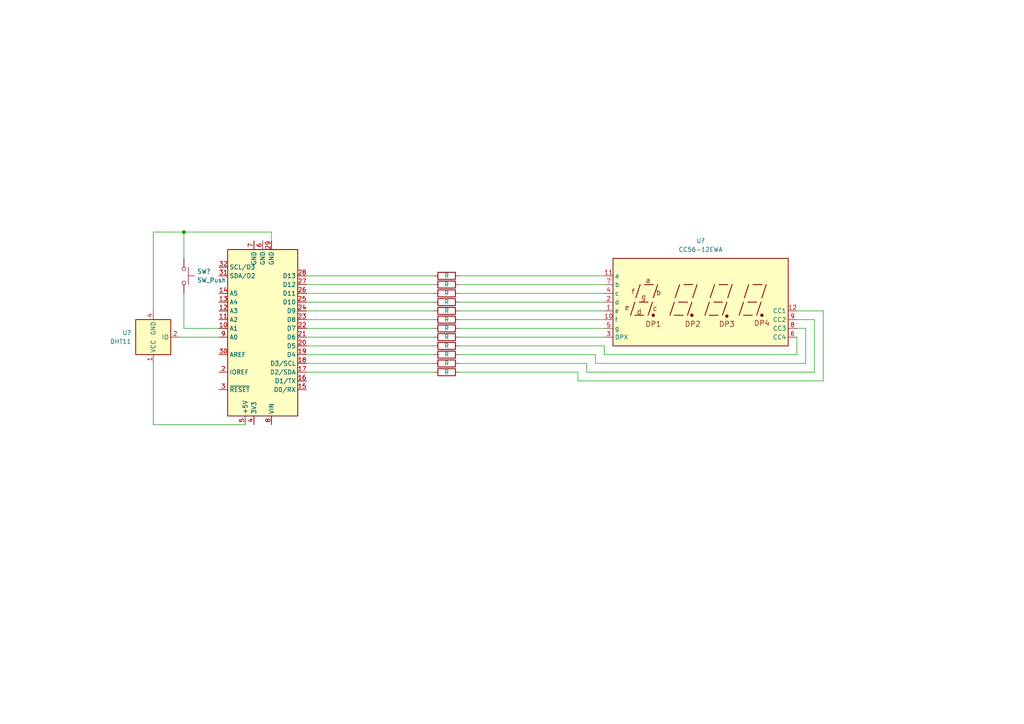
<source format=kicad_sch>
(kicad_sch (version 20211123) (generator eeschema)

  (uuid 63a96ce6-a430-4774-82e1-de571f6507ec)

  (paper "A4")

  (lib_symbols
    (symbol "Device:R" (pin_numbers hide) (pin_names (offset 0)) (in_bom yes) (on_board yes)
      (property "Reference" "R" (id 0) (at 2.032 0 90)
        (effects (font (size 1.27 1.27)))
      )
      (property "Value" "R" (id 1) (at 0 0 90)
        (effects (font (size 1.27 1.27)))
      )
      (property "Footprint" "" (id 2) (at -1.778 0 90)
        (effects (font (size 1.27 1.27)) hide)
      )
      (property "Datasheet" "~" (id 3) (at 0 0 0)
        (effects (font (size 1.27 1.27)) hide)
      )
      (property "ki_keywords" "R res resistor" (id 4) (at 0 0 0)
        (effects (font (size 1.27 1.27)) hide)
      )
      (property "ki_description" "Resistor" (id 5) (at 0 0 0)
        (effects (font (size 1.27 1.27)) hide)
      )
      (property "ki_fp_filters" "R_*" (id 6) (at 0 0 0)
        (effects (font (size 1.27 1.27)) hide)
      )
      (symbol "R_0_1"
        (rectangle (start -1.016 -2.54) (end 1.016 2.54)
          (stroke (width 0.254) (type default) (color 0 0 0 0))
          (fill (type none))
        )
      )
      (symbol "R_1_1"
        (pin passive line (at 0 3.81 270) (length 1.27)
          (name "~" (effects (font (size 1.27 1.27))))
          (number "1" (effects (font (size 1.27 1.27))))
        )
        (pin passive line (at 0 -3.81 90) (length 1.27)
          (name "~" (effects (font (size 1.27 1.27))))
          (number "2" (effects (font (size 1.27 1.27))))
        )
      )
    )
    (symbol "Display_Character:CC56-12EWA" (in_bom yes) (on_board yes)
      (property "Reference" "U" (id 0) (at -24.13 13.97 0)
        (effects (font (size 1.27 1.27)))
      )
      (property "Value" "CC56-12EWA" (id 1) (at 19.05 13.97 0)
        (effects (font (size 1.27 1.27)))
      )
      (property "Footprint" "Display_7Segment:CA56-12EWA" (id 2) (at 0 -15.24 0)
        (effects (font (size 1.27 1.27)) hide)
      )
      (property "Datasheet" "http://www.kingbrightusa.com/images/catalog/SPEC/CA56-12EWA.pdf" (id 3) (at -10.922 0.762 0)
        (effects (font (size 1.27 1.27)) hide)
      )
      (property "ki_keywords" "display LED 7-segment" (id 4) (at 0 0 0)
        (effects (font (size 1.27 1.27)) hide)
      )
      (property "ki_description" "4 digit 7 segment high efficiency red LED, common cathode" (id 5) (at 0 0 0)
        (effects (font (size 1.27 1.27)) hide)
      )
      (property "ki_fp_filters" "*CA56*12EWA*" (id 6) (at 0 0 0)
        (effects (font (size 1.27 1.27)) hide)
      )
      (symbol "CC56-12EWA_0_0"
        (rectangle (start -25.4 12.7) (end 25.4 -12.7)
          (stroke (width 0.254) (type default) (color 0 0 0 0))
          (fill (type background))
        )
        (polyline
          (pts
            (xy -20.32 -3.81)
            (xy -19.05 0)
          )
          (stroke (width 0.254) (type default) (color 0 0 0 0))
          (fill (type none))
        )
        (polyline
          (pts
            (xy -19.05 -3.81)
            (xy -16.51 -3.81)
          )
          (stroke (width 0.254) (type default) (color 0 0 0 0))
          (fill (type none))
        )
        (polyline
          (pts
            (xy -18.796 1.27)
            (xy -17.526 5.08)
          )
          (stroke (width 0.254) (type default) (color 0 0 0 0))
          (fill (type none))
        )
        (polyline
          (pts
            (xy -17.78 0)
            (xy -15.24 0)
          )
          (stroke (width 0.254) (type default) (color 0 0 0 0))
          (fill (type none))
        )
        (polyline
          (pts
            (xy -16.256 5.08)
            (xy -13.716 5.08)
          )
          (stroke (width 0.254) (type default) (color 0 0 0 0))
          (fill (type none))
        )
        (polyline
          (pts
            (xy -15.24 -3.81)
            (xy -13.97 0)
          )
          (stroke (width 0.254) (type default) (color 0 0 0 0))
          (fill (type none))
        )
        (polyline
          (pts
            (xy -13.716 1.27)
            (xy -12.446 5.08)
          )
          (stroke (width 0.254) (type default) (color 0 0 0 0))
          (fill (type none))
        )
        (polyline
          (pts
            (xy -8.89 -3.81)
            (xy -7.62 0)
          )
          (stroke (width 0.254) (type default) (color 0 0 0 0))
          (fill (type none))
        )
        (polyline
          (pts
            (xy -7.62 -3.81)
            (xy -5.08 -3.81)
          )
          (stroke (width 0.254) (type default) (color 0 0 0 0))
          (fill (type none))
        )
        (polyline
          (pts
            (xy -7.366 1.27)
            (xy -6.096 5.08)
          )
          (stroke (width 0.254) (type default) (color 0 0 0 0))
          (fill (type none))
        )
        (polyline
          (pts
            (xy -6.35 0)
            (xy -3.81 0)
          )
          (stroke (width 0.254) (type default) (color 0 0 0 0))
          (fill (type none))
        )
        (polyline
          (pts
            (xy -4.826 5.08)
            (xy -2.286 5.08)
          )
          (stroke (width 0.254) (type default) (color 0 0 0 0))
          (fill (type none))
        )
        (polyline
          (pts
            (xy -3.81 -3.81)
            (xy -2.54 0)
          )
          (stroke (width 0.254) (type default) (color 0 0 0 0))
          (fill (type none))
        )
        (polyline
          (pts
            (xy -2.286 1.27)
            (xy -1.016 5.08)
          )
          (stroke (width 0.254) (type default) (color 0 0 0 0))
          (fill (type none))
        )
        (polyline
          (pts
            (xy 1.27 -3.81)
            (xy 2.54 0)
          )
          (stroke (width 0.254) (type default) (color 0 0 0 0))
          (fill (type none))
        )
        (polyline
          (pts
            (xy 2.54 -3.81)
            (xy 5.08 -3.81)
          )
          (stroke (width 0.254) (type default) (color 0 0 0 0))
          (fill (type none))
        )
        (polyline
          (pts
            (xy 2.794 1.27)
            (xy 4.064 5.08)
          )
          (stroke (width 0.254) (type default) (color 0 0 0 0))
          (fill (type none))
        )
        (polyline
          (pts
            (xy 3.81 0)
            (xy 6.35 0)
          )
          (stroke (width 0.254) (type default) (color 0 0 0 0))
          (fill (type none))
        )
        (polyline
          (pts
            (xy 5.334 5.08)
            (xy 7.874 5.08)
          )
          (stroke (width 0.254) (type default) (color 0 0 0 0))
          (fill (type none))
        )
        (polyline
          (pts
            (xy 6.35 -3.81)
            (xy 7.62 0)
          )
          (stroke (width 0.254) (type default) (color 0 0 0 0))
          (fill (type none))
        )
        (polyline
          (pts
            (xy 7.874 1.27)
            (xy 9.144 5.08)
          )
          (stroke (width 0.254) (type default) (color 0 0 0 0))
          (fill (type none))
        )
        (polyline
          (pts
            (xy 11.176 -3.81)
            (xy 12.446 0)
          )
          (stroke (width 0.254) (type default) (color 0 0 0 0))
          (fill (type none))
        )
        (polyline
          (pts
            (xy 12.446 -3.81)
            (xy 14.986 -3.81)
          )
          (stroke (width 0.254) (type default) (color 0 0 0 0))
          (fill (type none))
        )
        (polyline
          (pts
            (xy 12.7 1.27)
            (xy 13.97 5.08)
          )
          (stroke (width 0.254) (type default) (color 0 0 0 0))
          (fill (type none))
        )
        (polyline
          (pts
            (xy 13.716 0)
            (xy 16.256 0)
          )
          (stroke (width 0.254) (type default) (color 0 0 0 0))
          (fill (type none))
        )
        (polyline
          (pts
            (xy 15.24 5.08)
            (xy 17.78 5.08)
          )
          (stroke (width 0.254) (type default) (color 0 0 0 0))
          (fill (type none))
        )
        (polyline
          (pts
            (xy 16.256 -3.81)
            (xy 17.526 0)
          )
          (stroke (width 0.254) (type default) (color 0 0 0 0))
          (fill (type none))
        )
        (polyline
          (pts
            (xy 17.78 1.27)
            (xy 19.05 5.08)
          )
          (stroke (width 0.254) (type default) (color 0 0 0 0))
          (fill (type none))
        )
        (text "a" (at -15.24 6.35 0)
          (effects (font (size 1.524 1.524)))
        )
        (text "b" (at -12.192 2.794 0)
          (effects (font (size 1.524 1.524)))
        )
        (text "c" (at -13.208 -1.778 0)
          (effects (font (size 1.524 1.524)))
        )
        (text "d" (at -17.78 -2.794 0)
          (effects (font (size 1.524 1.524)))
        )
        (text "DP1" (at -13.716 -6.35 0)
          (effects (font (size 1.524 1.524)))
        )
        (text "DP2" (at -2.286 -6.35 0)
          (effects (font (size 1.524 1.524)))
        )
        (text "DP3" (at 7.62 -6.35 0)
          (effects (font (size 1.524 1.524)))
        )
        (text "DP4" (at 17.78 -6.096 0)
          (effects (font (size 1.524 1.524)))
        )
        (text "e" (at -21.336 -1.524 0)
          (effects (font (size 1.524 1.524)))
        )
        (text "f" (at -19.558 3.048 0)
          (effects (font (size 1.524 1.524)))
        )
        (text "g" (at -16.51 1.524 0)
          (effects (font (size 1.524 1.524)))
        )
      )
      (symbol "CC56-12EWA_0_1"
        (circle (center -13.716 -3.81) (radius 0.3556)
          (stroke (width 0.254) (type default) (color 0 0 0 0))
          (fill (type outline))
        )
        (circle (center -2.54 -3.81) (radius 0.3556)
          (stroke (width 0.254) (type default) (color 0 0 0 0))
          (fill (type outline))
        )
      )
      (symbol "CC56-12EWA_1_0"
        (circle (center 7.62 -4.064) (radius 0.3556)
          (stroke (width 0.254) (type default) (color 0 0 0 0))
          (fill (type outline))
        )
        (circle (center 17.78 -3.81) (radius 0.3556)
          (stroke (width 0.254) (type default) (color 0 0 0 0))
          (fill (type outline))
        )
      )
      (symbol "CC56-12EWA_1_1"
        (pin input line (at -27.94 -2.54 0) (length 2.54)
          (name "e" (effects (font (size 1.27 1.27))))
          (number "1" (effects (font (size 1.27 1.27))))
        )
        (pin input line (at -27.94 -5.08 0) (length 2.54)
          (name "f" (effects (font (size 1.27 1.27))))
          (number "10" (effects (font (size 1.27 1.27))))
        )
        (pin input line (at -27.94 7.62 0) (length 2.54)
          (name "a" (effects (font (size 1.27 1.27))))
          (number "11" (effects (font (size 1.27 1.27))))
        )
        (pin input line (at 27.94 -2.54 180) (length 2.54)
          (name "CC1" (effects (font (size 1.27 1.27))))
          (number "12" (effects (font (size 1.27 1.27))))
        )
        (pin input line (at -27.94 0 0) (length 2.54)
          (name "d" (effects (font (size 1.27 1.27))))
          (number "2" (effects (font (size 1.27 1.27))))
        )
        (pin input line (at -27.94 -10.16 0) (length 2.54)
          (name "DPX" (effects (font (size 1.27 1.27))))
          (number "3" (effects (font (size 1.27 1.27))))
        )
        (pin input line (at -27.94 2.54 0) (length 2.54)
          (name "c" (effects (font (size 1.27 1.27))))
          (number "4" (effects (font (size 1.27 1.27))))
        )
        (pin input line (at -27.94 -7.62 0) (length 2.54)
          (name "g" (effects (font (size 1.27 1.27))))
          (number "5" (effects (font (size 1.27 1.27))))
        )
        (pin input line (at 27.94 -10.16 180) (length 2.54)
          (name "CC4" (effects (font (size 1.27 1.27))))
          (number "6" (effects (font (size 1.27 1.27))))
        )
        (pin input line (at -27.94 5.08 0) (length 2.54)
          (name "b" (effects (font (size 1.27 1.27))))
          (number "7" (effects (font (size 1.27 1.27))))
        )
        (pin input line (at 27.94 -7.62 180) (length 2.54)
          (name "CC3" (effects (font (size 1.27 1.27))))
          (number "8" (effects (font (size 1.27 1.27))))
        )
        (pin input line (at 27.94 -5.08 180) (length 2.54)
          (name "CC2" (effects (font (size 1.27 1.27))))
          (number "9" (effects (font (size 1.27 1.27))))
        )
      )
    )
    (symbol "MCU_Module:Arduino_Leonardo" (in_bom yes) (on_board yes)
      (property "Reference" "A" (id 0) (at -10.16 23.495 0)
        (effects (font (size 1.27 1.27)) (justify left bottom))
      )
      (property "Value" "Arduino_Leonardo" (id 1) (at 5.08 -26.67 0)
        (effects (font (size 1.27 1.27)) (justify left top))
      )
      (property "Footprint" "Module:Arduino_UNO_R3" (id 2) (at 0 0 0)
        (effects (font (size 1.27 1.27) italic) hide)
      )
      (property "Datasheet" "https://www.arduino.cc/en/Main/ArduinoBoardLeonardo" (id 3) (at 0 0 0)
        (effects (font (size 1.27 1.27)) hide)
      )
      (property "ki_keywords" "Arduino LEONARDO Microcontroller Module Atmel AVR USB" (id 4) (at 0 0 0)
        (effects (font (size 1.27 1.27)) hide)
      )
      (property "ki_description" "Arduino LEONARDO Microcontroller Module" (id 5) (at 0 0 0)
        (effects (font (size 1.27 1.27)) hide)
      )
      (property "ki_fp_filters" "Arduino*UNO*R3*" (id 6) (at 0 0 0)
        (effects (font (size 1.27 1.27)) hide)
      )
      (symbol "Arduino_Leonardo_0_1"
        (rectangle (start -10.16 22.86) (end 10.16 -25.4)
          (stroke (width 0.254) (type default) (color 0 0 0 0))
          (fill (type background))
        )
      )
      (symbol "Arduino_Leonardo_1_1"
        (pin no_connect line (at -10.16 -20.32 0) (length 2.54) hide
          (name "NC" (effects (font (size 1.27 1.27))))
          (number "1" (effects (font (size 1.27 1.27))))
        )
        (pin bidirectional line (at 12.7 -2.54 180) (length 2.54)
          (name "A1" (effects (font (size 1.27 1.27))))
          (number "10" (effects (font (size 1.27 1.27))))
        )
        (pin bidirectional line (at 12.7 -5.08 180) (length 2.54)
          (name "A2" (effects (font (size 1.27 1.27))))
          (number "11" (effects (font (size 1.27 1.27))))
        )
        (pin bidirectional line (at 12.7 -7.62 180) (length 2.54)
          (name "A3" (effects (font (size 1.27 1.27))))
          (number "12" (effects (font (size 1.27 1.27))))
        )
        (pin bidirectional line (at 12.7 -10.16 180) (length 2.54)
          (name "A4" (effects (font (size 1.27 1.27))))
          (number "13" (effects (font (size 1.27 1.27))))
        )
        (pin bidirectional line (at 12.7 -12.7 180) (length 2.54)
          (name "A5" (effects (font (size 1.27 1.27))))
          (number "14" (effects (font (size 1.27 1.27))))
        )
        (pin bidirectional line (at -12.7 15.24 0) (length 2.54)
          (name "D0/RX" (effects (font (size 1.27 1.27))))
          (number "15" (effects (font (size 1.27 1.27))))
        )
        (pin bidirectional line (at -12.7 12.7 0) (length 2.54)
          (name "D1/TX" (effects (font (size 1.27 1.27))))
          (number "16" (effects (font (size 1.27 1.27))))
        )
        (pin bidirectional line (at -12.7 10.16 0) (length 2.54)
          (name "D2/SDA" (effects (font (size 1.27 1.27))))
          (number "17" (effects (font (size 1.27 1.27))))
        )
        (pin bidirectional line (at -12.7 7.62 0) (length 2.54)
          (name "D3/SCL" (effects (font (size 1.27 1.27))))
          (number "18" (effects (font (size 1.27 1.27))))
        )
        (pin bidirectional line (at -12.7 5.08 0) (length 2.54)
          (name "D4" (effects (font (size 1.27 1.27))))
          (number "19" (effects (font (size 1.27 1.27))))
        )
        (pin output line (at 12.7 10.16 180) (length 2.54)
          (name "IOREF" (effects (font (size 1.27 1.27))))
          (number "2" (effects (font (size 1.27 1.27))))
        )
        (pin bidirectional line (at -12.7 2.54 0) (length 2.54)
          (name "D5" (effects (font (size 1.27 1.27))))
          (number "20" (effects (font (size 1.27 1.27))))
        )
        (pin bidirectional line (at -12.7 0 0) (length 2.54)
          (name "D6" (effects (font (size 1.27 1.27))))
          (number "21" (effects (font (size 1.27 1.27))))
        )
        (pin bidirectional line (at -12.7 -2.54 0) (length 2.54)
          (name "D7" (effects (font (size 1.27 1.27))))
          (number "22" (effects (font (size 1.27 1.27))))
        )
        (pin bidirectional line (at -12.7 -5.08 0) (length 2.54)
          (name "D8" (effects (font (size 1.27 1.27))))
          (number "23" (effects (font (size 1.27 1.27))))
        )
        (pin bidirectional line (at -12.7 -7.62 0) (length 2.54)
          (name "D9" (effects (font (size 1.27 1.27))))
          (number "24" (effects (font (size 1.27 1.27))))
        )
        (pin bidirectional line (at -12.7 -10.16 0) (length 2.54)
          (name "D10" (effects (font (size 1.27 1.27))))
          (number "25" (effects (font (size 1.27 1.27))))
        )
        (pin bidirectional line (at -12.7 -12.7 0) (length 2.54)
          (name "D11" (effects (font (size 1.27 1.27))))
          (number "26" (effects (font (size 1.27 1.27))))
        )
        (pin bidirectional line (at -12.7 -15.24 0) (length 2.54)
          (name "D12" (effects (font (size 1.27 1.27))))
          (number "27" (effects (font (size 1.27 1.27))))
        )
        (pin bidirectional line (at -12.7 -17.78 0) (length 2.54)
          (name "D13" (effects (font (size 1.27 1.27))))
          (number "28" (effects (font (size 1.27 1.27))))
        )
        (pin power_in line (at -2.54 -27.94 90) (length 2.54)
          (name "GND" (effects (font (size 1.27 1.27))))
          (number "29" (effects (font (size 1.27 1.27))))
        )
        (pin input line (at 12.7 15.24 180) (length 2.54)
          (name "~{RESET}" (effects (font (size 1.27 1.27))))
          (number "3" (effects (font (size 1.27 1.27))))
        )
        (pin input line (at 12.7 5.08 180) (length 2.54)
          (name "AREF" (effects (font (size 1.27 1.27))))
          (number "30" (effects (font (size 1.27 1.27))))
        )
        (pin bidirectional line (at 12.7 -17.78 180) (length 2.54)
          (name "SDA/D2" (effects (font (size 1.27 1.27))))
          (number "31" (effects (font (size 1.27 1.27))))
        )
        (pin bidirectional line (at 12.7 -20.32 180) (length 2.54)
          (name "SCL/D3" (effects (font (size 1.27 1.27))))
          (number "32" (effects (font (size 1.27 1.27))))
        )
        (pin power_out line (at 2.54 25.4 270) (length 2.54)
          (name "3V3" (effects (font (size 1.27 1.27))))
          (number "4" (effects (font (size 1.27 1.27))))
        )
        (pin power_out line (at 5.08 25.4 270) (length 2.54)
          (name "+5V" (effects (font (size 1.27 1.27))))
          (number "5" (effects (font (size 1.27 1.27))))
        )
        (pin power_in line (at 0 -27.94 90) (length 2.54)
          (name "GND" (effects (font (size 1.27 1.27))))
          (number "6" (effects (font (size 1.27 1.27))))
        )
        (pin power_in line (at 2.54 -27.94 90) (length 2.54)
          (name "GND" (effects (font (size 1.27 1.27))))
          (number "7" (effects (font (size 1.27 1.27))))
        )
        (pin power_in line (at -2.54 25.4 270) (length 2.54)
          (name "VIN" (effects (font (size 1.27 1.27))))
          (number "8" (effects (font (size 1.27 1.27))))
        )
        (pin bidirectional line (at 12.7 0 180) (length 2.54)
          (name "A0" (effects (font (size 1.27 1.27))))
          (number "9" (effects (font (size 1.27 1.27))))
        )
      )
    )
    (symbol "Sensor:DHT11" (in_bom yes) (on_board yes)
      (property "Reference" "U" (id 0) (at -3.81 6.35 0)
        (effects (font (size 1.27 1.27)))
      )
      (property "Value" "DHT11" (id 1) (at 3.81 6.35 0)
        (effects (font (size 1.27 1.27)))
      )
      (property "Footprint" "Sensor:Aosong_DHT11_5.5x12.0_P2.54mm" (id 2) (at 0 -10.16 0)
        (effects (font (size 1.27 1.27)) hide)
      )
      (property "Datasheet" "http://akizukidenshi.com/download/ds/aosong/DHT11.pdf" (id 3) (at 3.81 6.35 0)
        (effects (font (size 1.27 1.27)) hide)
      )
      (property "ki_keywords" "Digital temperature humidity sensor" (id 4) (at 0 0 0)
        (effects (font (size 1.27 1.27)) hide)
      )
      (property "ki_description" "Temperature and humidity module" (id 5) (at 0 0 0)
        (effects (font (size 1.27 1.27)) hide)
      )
      (property "ki_fp_filters" "Aosong*DHT11*5.5x12.0*P2.54mm*" (id 6) (at 0 0 0)
        (effects (font (size 1.27 1.27)) hide)
      )
      (symbol "DHT11_0_1"
        (rectangle (start -5.08 5.08) (end 5.08 -5.08)
          (stroke (width 0.254) (type default) (color 0 0 0 0))
          (fill (type background))
        )
      )
      (symbol "DHT11_1_1"
        (pin power_in line (at 0 7.62 270) (length 2.54)
          (name "VCC" (effects (font (size 1.27 1.27))))
          (number "1" (effects (font (size 1.27 1.27))))
        )
        (pin bidirectional line (at 7.62 0 180) (length 2.54)
          (name "IO" (effects (font (size 1.27 1.27))))
          (number "2" (effects (font (size 1.27 1.27))))
        )
        (pin no_connect line (at -5.08 0 0) (length 2.54) hide
          (name "NC" (effects (font (size 1.27 1.27))))
          (number "3" (effects (font (size 1.27 1.27))))
        )
        (pin power_in line (at 0 -7.62 90) (length 2.54)
          (name "GND" (effects (font (size 1.27 1.27))))
          (number "4" (effects (font (size 1.27 1.27))))
        )
      )
    )
    (symbol "Switch:SW_Push" (pin_numbers hide) (pin_names (offset 1.016) hide) (in_bom yes) (on_board yes)
      (property "Reference" "SW" (id 0) (at 1.27 2.54 0)
        (effects (font (size 1.27 1.27)) (justify left))
      )
      (property "Value" "SW_Push" (id 1) (at 0 -1.524 0)
        (effects (font (size 1.27 1.27)))
      )
      (property "Footprint" "" (id 2) (at 0 5.08 0)
        (effects (font (size 1.27 1.27)) hide)
      )
      (property "Datasheet" "~" (id 3) (at 0 5.08 0)
        (effects (font (size 1.27 1.27)) hide)
      )
      (property "ki_keywords" "switch normally-open pushbutton push-button" (id 4) (at 0 0 0)
        (effects (font (size 1.27 1.27)) hide)
      )
      (property "ki_description" "Push button switch, generic, two pins" (id 5) (at 0 0 0)
        (effects (font (size 1.27 1.27)) hide)
      )
      (symbol "SW_Push_0_1"
        (circle (center -2.032 0) (radius 0.508)
          (stroke (width 0) (type default) (color 0 0 0 0))
          (fill (type none))
        )
        (polyline
          (pts
            (xy 0 1.27)
            (xy 0 3.048)
          )
          (stroke (width 0) (type default) (color 0 0 0 0))
          (fill (type none))
        )
        (polyline
          (pts
            (xy 2.54 1.27)
            (xy -2.54 1.27)
          )
          (stroke (width 0) (type default) (color 0 0 0 0))
          (fill (type none))
        )
        (circle (center 2.032 0) (radius 0.508)
          (stroke (width 0) (type default) (color 0 0 0 0))
          (fill (type none))
        )
        (pin passive line (at -5.08 0 0) (length 2.54)
          (name "1" (effects (font (size 1.27 1.27))))
          (number "1" (effects (font (size 1.27 1.27))))
        )
        (pin passive line (at 5.08 0 180) (length 2.54)
          (name "2" (effects (font (size 1.27 1.27))))
          (number "2" (effects (font (size 1.27 1.27))))
        )
      )
    )
  )

  (junction (at 53.34 67.31) (diameter 0) (color 0 0 0 0)
    (uuid 06128a75-c86e-45b0-b1a3-b6ceaab082e9)
  )

  (wire (pts (xy 133.35 80.01) (xy 175.26 80.01))
    (stroke (width 0) (type default) (color 0 0 0 0))
    (uuid 077da1f3-87b0-422a-94aa-2542ede69e1b)
  )
  (wire (pts (xy 88.9 87.63) (xy 125.73 87.63))
    (stroke (width 0) (type default) (color 0 0 0 0))
    (uuid 0ec80df0-0dbc-41d0-882b-3b7f7a7c6f47)
  )
  (wire (pts (xy 88.9 102.87) (xy 125.73 102.87))
    (stroke (width 0) (type default) (color 0 0 0 0))
    (uuid 10aa07d9-c9f4-4b69-9d43-751b424c3ad1)
  )
  (wire (pts (xy 133.35 92.71) (xy 175.26 92.71))
    (stroke (width 0) (type default) (color 0 0 0 0))
    (uuid 1310d934-ba6e-49a3-a886-cb74e9e2359e)
  )
  (wire (pts (xy 133.35 95.25) (xy 175.26 95.25))
    (stroke (width 0) (type default) (color 0 0 0 0))
    (uuid 1c14fef7-a1b6-40d0-be91-851b37c01dab)
  )
  (wire (pts (xy 231.14 92.71) (xy 236.22 92.71))
    (stroke (width 0) (type default) (color 0 0 0 0))
    (uuid 37c934c1-b327-472d-a792-76f6b1cd1044)
  )
  (wire (pts (xy 167.64 107.95) (xy 167.64 110.49))
    (stroke (width 0) (type default) (color 0 0 0 0))
    (uuid 3b137a19-24ee-47cd-b250-9c127dca7f95)
  )
  (wire (pts (xy 231.14 97.79) (xy 231.14 102.87))
    (stroke (width 0) (type default) (color 0 0 0 0))
    (uuid 41a6bf76-70a2-4936-bee1-1a961925d32f)
  )
  (wire (pts (xy 133.35 85.09) (xy 175.26 85.09))
    (stroke (width 0) (type default) (color 0 0 0 0))
    (uuid 45d8e23b-b5a6-4ccb-b69f-d669f552bc4e)
  )
  (wire (pts (xy 231.14 95.25) (xy 233.68 95.25))
    (stroke (width 0) (type default) (color 0 0 0 0))
    (uuid 45fba39d-789e-49b6-a199-6f618ee4a948)
  )
  (wire (pts (xy 133.35 82.55) (xy 175.26 82.55))
    (stroke (width 0) (type default) (color 0 0 0 0))
    (uuid 4a5eee78-9b57-40a9-bb7f-074e1cbeafbd)
  )
  (wire (pts (xy 133.35 97.79) (xy 175.26 97.79))
    (stroke (width 0) (type default) (color 0 0 0 0))
    (uuid 56d864e6-7cb1-486c-bbe8-98b76d3fb020)
  )
  (wire (pts (xy 88.9 80.01) (xy 125.73 80.01))
    (stroke (width 0) (type default) (color 0 0 0 0))
    (uuid 58ed6c9e-62fa-4d76-829a-fa76e642746c)
  )
  (wire (pts (xy 78.74 67.31) (xy 78.74 69.85))
    (stroke (width 0) (type default) (color 0 0 0 0))
    (uuid 5d08de65-f220-4826-882a-8a6ec69ee613)
  )
  (wire (pts (xy 133.35 90.17) (xy 175.26 90.17))
    (stroke (width 0) (type default) (color 0 0 0 0))
    (uuid 6d228242-56bd-4232-9485-8356cfe5b507)
  )
  (wire (pts (xy 133.35 100.33) (xy 175.26 100.33))
    (stroke (width 0) (type default) (color 0 0 0 0))
    (uuid 75bc3600-b578-4342-8894-d995cd11e0d7)
  )
  (wire (pts (xy 175.26 100.33) (xy 175.26 102.87))
    (stroke (width 0) (type default) (color 0 0 0 0))
    (uuid 804a1d52-c3cb-4679-a9da-91105a7125c8)
  )
  (wire (pts (xy 44.45 67.31) (xy 44.45 90.17))
    (stroke (width 0) (type default) (color 0 0 0 0))
    (uuid 8284c036-3641-4049-8dae-4171dba41d3c)
  )
  (wire (pts (xy 88.9 107.95) (xy 125.73 107.95))
    (stroke (width 0) (type default) (color 0 0 0 0))
    (uuid 85635566-6f95-4f27-b8da-62ce6ee2c4a7)
  )
  (wire (pts (xy 170.18 105.41) (xy 170.18 107.95))
    (stroke (width 0) (type default) (color 0 0 0 0))
    (uuid 85855d7a-849a-46cb-81de-89244368716c)
  )
  (wire (pts (xy 133.35 102.87) (xy 172.72 102.87))
    (stroke (width 0) (type default) (color 0 0 0 0))
    (uuid 859280fd-55b6-4995-b310-ed45e3ed1aa0)
  )
  (wire (pts (xy 88.9 90.17) (xy 125.73 90.17))
    (stroke (width 0) (type default) (color 0 0 0 0))
    (uuid 89094143-f1b0-47b1-b892-e0835780a7f6)
  )
  (wire (pts (xy 133.35 107.95) (xy 167.64 107.95))
    (stroke (width 0) (type default) (color 0 0 0 0))
    (uuid 8dc7c220-ea50-42ad-b899-b6a1030f0e69)
  )
  (wire (pts (xy 88.9 85.09) (xy 125.73 85.09))
    (stroke (width 0) (type default) (color 0 0 0 0))
    (uuid 91ad2cd5-3908-443f-bf04-d8fd219cd14a)
  )
  (wire (pts (xy 44.45 123.19) (xy 44.45 105.41))
    (stroke (width 0) (type default) (color 0 0 0 0))
    (uuid 9f3c094b-9d9d-4c3e-84c9-3703f449eeb4)
  )
  (wire (pts (xy 88.9 82.55) (xy 125.73 82.55))
    (stroke (width 0) (type default) (color 0 0 0 0))
    (uuid a2106f62-816f-4313-ba69-cb9d0deae0f0)
  )
  (wire (pts (xy 71.12 123.19) (xy 44.45 123.19))
    (stroke (width 0) (type default) (color 0 0 0 0))
    (uuid a3d1b28a-848e-4058-92f0-4a62cc42fc94)
  )
  (wire (pts (xy 88.9 92.71) (xy 125.73 92.71))
    (stroke (width 0) (type default) (color 0 0 0 0))
    (uuid a80462c2-f164-4c6c-a48e-d2b594e6ab52)
  )
  (wire (pts (xy 52.07 97.79) (xy 63.5 97.79))
    (stroke (width 0) (type default) (color 0 0 0 0))
    (uuid ac1a2d1c-c5e1-423e-a90f-12b3bbc1ad82)
  )
  (wire (pts (xy 238.76 90.17) (xy 238.76 110.49))
    (stroke (width 0) (type default) (color 0 0 0 0))
    (uuid b0d0785a-559e-4f4f-a788-4540937c5fba)
  )
  (wire (pts (xy 63.5 95.25) (xy 53.34 95.25))
    (stroke (width 0) (type default) (color 0 0 0 0))
    (uuid b83a5159-e84c-4eec-aafa-06191e8245a6)
  )
  (wire (pts (xy 233.68 95.25) (xy 233.68 105.41))
    (stroke (width 0) (type default) (color 0 0 0 0))
    (uuid ba0ed7df-9880-4865-87e9-844a1159868f)
  )
  (wire (pts (xy 231.14 90.17) (xy 238.76 90.17))
    (stroke (width 0) (type default) (color 0 0 0 0))
    (uuid c30faf1b-ac25-4bfb-bfb5-3f55bdd0d4ed)
  )
  (wire (pts (xy 167.64 110.49) (xy 238.76 110.49))
    (stroke (width 0) (type default) (color 0 0 0 0))
    (uuid c6e99e2c-59fc-4d0d-aaa6-7dc954059bf8)
  )
  (wire (pts (xy 53.34 67.31) (xy 53.34 74.93))
    (stroke (width 0) (type default) (color 0 0 0 0))
    (uuid c7152064-5708-4b5b-a6a8-35264c3ff644)
  )
  (wire (pts (xy 133.35 105.41) (xy 170.18 105.41))
    (stroke (width 0) (type default) (color 0 0 0 0))
    (uuid c92e7156-9cb1-4de0-b9c9-694310d0a4ae)
  )
  (wire (pts (xy 88.9 97.79) (xy 125.73 97.79))
    (stroke (width 0) (type default) (color 0 0 0 0))
    (uuid cc2e265a-1272-49cf-a49a-1c9b58cd7162)
  )
  (wire (pts (xy 88.9 100.33) (xy 125.73 100.33))
    (stroke (width 0) (type default) (color 0 0 0 0))
    (uuid cfa5e104-37a9-47fd-b8b5-59c6149b9eb3)
  )
  (wire (pts (xy 53.34 95.25) (xy 53.34 85.09))
    (stroke (width 0) (type default) (color 0 0 0 0))
    (uuid cfc22f5d-e555-4977-bae7-640f086fc496)
  )
  (wire (pts (xy 236.22 92.71) (xy 236.22 107.95))
    (stroke (width 0) (type default) (color 0 0 0 0))
    (uuid d2a8db64-2dd8-4439-8244-df7452ab86f2)
  )
  (wire (pts (xy 175.26 102.87) (xy 231.14 102.87))
    (stroke (width 0) (type default) (color 0 0 0 0))
    (uuid d6a9472e-f656-41c9-98e7-c6105f90297b)
  )
  (wire (pts (xy 44.45 67.31) (xy 53.34 67.31))
    (stroke (width 0) (type default) (color 0 0 0 0))
    (uuid dcdfe433-58a3-430b-a6e2-85fe9fed49a1)
  )
  (wire (pts (xy 88.9 95.25) (xy 125.73 95.25))
    (stroke (width 0) (type default) (color 0 0 0 0))
    (uuid dff7ca33-5eae-4f43-979c-22dd7bb4264d)
  )
  (wire (pts (xy 172.72 105.41) (xy 233.68 105.41))
    (stroke (width 0) (type default) (color 0 0 0 0))
    (uuid e615c3eb-7203-4602-845e-7aaa07caee94)
  )
  (wire (pts (xy 170.18 107.95) (xy 236.22 107.95))
    (stroke (width 0) (type default) (color 0 0 0 0))
    (uuid e6943d5d-c1e8-4a7c-88f9-474176060422)
  )
  (wire (pts (xy 172.72 102.87) (xy 172.72 105.41))
    (stroke (width 0) (type default) (color 0 0 0 0))
    (uuid e9d00a54-a13f-4fdc-8539-224b06cce6e7)
  )
  (wire (pts (xy 88.9 105.41) (xy 125.73 105.41))
    (stroke (width 0) (type default) (color 0 0 0 0))
    (uuid eb9d47cc-a718-4f7f-aea8-22c41bdc54d1)
  )
  (wire (pts (xy 53.34 67.31) (xy 78.74 67.31))
    (stroke (width 0) (type default) (color 0 0 0 0))
    (uuid f90480ca-4824-4ed6-825b-bc74b8c738a9)
  )
  (wire (pts (xy 133.35 87.63) (xy 175.26 87.63))
    (stroke (width 0) (type default) (color 0 0 0 0))
    (uuid fa6f204a-b581-4180-99ad-057e01399b54)
  )

  (symbol (lib_id "Device:R") (at 129.54 97.79 90) (unit 1)
    (in_bom yes) (on_board yes)
    (uuid 1ebfffc8-0bca-4e40-aec7-501ef1ae44b8)
    (property "Reference" "220Ω?" (id 0) (at 129.54 97.78 90)
      (effects (font (size 1.27 1.27)) hide)
    )
    (property "Value" "R" (id 1) (at 129.54 97.79 90))
    (property "Footprint" "" (id 2) (at 129.54 99.568 90)
      (effects (font (size 1.27 1.27)) hide)
    )
    (property "Datasheet" "~" (id 3) (at 129.54 97.79 0)
      (effects (font (size 1.27 1.27)) hide)
    )
    (pin "1" (uuid 20248b66-6c92-4a7f-9401-94e2aef267a9))
    (pin "2" (uuid ceccf5d1-c306-4bcb-b575-0fdf6f37aa76))
  )

  (symbol (lib_id "Device:R") (at 129.54 105.41 90) (unit 1)
    (in_bom yes) (on_board yes)
    (uuid 31a1c8ed-905c-4ad3-a210-959af05cab22)
    (property "Reference" "220Ω?" (id 0) (at 129.54 105.4 90)
      (effects (font (size 1.27 1.27)) hide)
    )
    (property "Value" "R" (id 1) (at 129.54 105.4 90))
    (property "Footprint" "" (id 2) (at 129.54 107.188 90)
      (effects (font (size 1.27 1.27)) hide)
    )
    (property "Datasheet" "~" (id 3) (at 129.54 105.41 0)
      (effects (font (size 1.27 1.27)) hide)
    )
    (pin "1" (uuid 79084d24-1864-45c5-8858-a46120d6a3c7))
    (pin "2" (uuid 11add2e0-b838-46fc-9c2f-1f80c7a399aa))
  )

  (symbol (lib_id "Device:R") (at 129.54 102.87 90) (unit 1)
    (in_bom yes) (on_board yes)
    (uuid 366a0a06-7eb3-4c25-b64f-990b079b91fb)
    (property "Reference" "220Ω?" (id 0) (at 129.54 102.86 90)
      (effects (font (size 1.27 1.27)) hide)
    )
    (property "Value" "R" (id 1) (at 129.54 102.86 90))
    (property "Footprint" "" (id 2) (at 129.54 104.648 90)
      (effects (font (size 1.27 1.27)) hide)
    )
    (property "Datasheet" "~" (id 3) (at 129.54 102.87 0)
      (effects (font (size 1.27 1.27)) hide)
    )
    (pin "1" (uuid 81383918-45ef-4060-84ea-8f7027454043))
    (pin "2" (uuid fd83f808-d474-4a3f-b9a2-19c476640f2b))
  )

  (symbol (lib_id "Switch:SW_Push") (at 53.34 80.01 270) (unit 1)
    (in_bom yes) (on_board yes) (fields_autoplaced)
    (uuid 4cee11e2-fc9a-4878-8a72-301501fcf9d6)
    (property "Reference" "SW?" (id 0) (at 57.15 78.7399 90)
      (effects (font (size 1.27 1.27)) (justify left))
    )
    (property "Value" "SW_Push" (id 1) (at 57.15 81.2799 90)
      (effects (font (size 1.27 1.27)) (justify left))
    )
    (property "Footprint" "" (id 2) (at 58.42 80.01 0)
      (effects (font (size 1.27 1.27)) hide)
    )
    (property "Datasheet" "~" (id 3) (at 58.42 80.01 0)
      (effects (font (size 1.27 1.27)) hide)
    )
    (pin "1" (uuid dfff191f-c7bf-4cf2-8556-303ab4cf42ab))
    (pin "2" (uuid 258c6d7e-4c39-4a3f-9d4a-433c3e76174a))
  )

  (symbol (lib_id "Device:R") (at 129.54 100.33 90) (unit 1)
    (in_bom yes) (on_board yes)
    (uuid 55de9378-9b6a-411d-af96-b52c67fa6d8c)
    (property "Reference" "220Ω?" (id 0) (at 129.54 100.32 90)
      (effects (font (size 1.27 1.27)) hide)
    )
    (property "Value" "R" (id 1) (at 129.54 100.32 90))
    (property "Footprint" "" (id 2) (at 129.54 102.108 90)
      (effects (font (size 1.27 1.27)) hide)
    )
    (property "Datasheet" "~" (id 3) (at 129.54 100.33 0)
      (effects (font (size 1.27 1.27)) hide)
    )
    (pin "1" (uuid e15df8df-7cc1-4ee2-8d8f-582851ad5b59))
    (pin "2" (uuid 5056e4c8-3adf-453b-a437-eead78004d5c))
  )

  (symbol (lib_id "Sensor:DHT11") (at 44.45 97.79 0) (mirror x) (unit 1)
    (in_bom yes) (on_board yes) (fields_autoplaced)
    (uuid 56490571-269e-4f41-9a61-b7f6ab6529e6)
    (property "Reference" "U?" (id 0) (at 38.1 96.5199 0)
      (effects (font (size 1.27 1.27)) (justify right))
    )
    (property "Value" "DHT11" (id 1) (at 38.1 99.0599 0)
      (effects (font (size 1.27 1.27)) (justify right))
    )
    (property "Footprint" "Sensor:Aosong_DHT11_5.5x12.0_P2.54mm" (id 2) (at 44.45 87.63 0)
      (effects (font (size 1.27 1.27)) hide)
    )
    (property "Datasheet" "http://akizukidenshi.com/download/ds/aosong/DHT11.pdf" (id 3) (at 48.26 104.14 0)
      (effects (font (size 1.27 1.27)) hide)
    )
    (pin "1" (uuid 243fa507-c6de-4eef-8fe6-04ee11fe6e86))
    (pin "2" (uuid 0e7f4395-6a32-4ff9-a4c0-a3e5cee72590))
    (pin "3" (uuid 0144f3dd-2f3e-4fd0-be21-20504da4776b))
    (pin "4" (uuid d7dfbca8-e367-41b6-a3e8-029b0a4752c8))
  )

  (symbol (lib_id "Device:R") (at 129.54 107.95 90) (unit 1)
    (in_bom yes) (on_board yes)
    (uuid 71a18238-f05d-4f34-8dde-0f0dbdd5be91)
    (property "Reference" "220Ω?" (id 0) (at 129.54 107.94 90)
      (effects (font (size 1.27 1.27)) hide)
    )
    (property "Value" "R" (id 1) (at 129.54 107.94 90))
    (property "Footprint" "" (id 2) (at 129.54 109.728 90)
      (effects (font (size 1.27 1.27)) hide)
    )
    (property "Datasheet" "~" (id 3) (at 129.54 107.95 0)
      (effects (font (size 1.27 1.27)) hide)
    )
    (pin "1" (uuid 5952361c-c885-43d7-9dd0-691511d50d21))
    (pin "2" (uuid 4d446714-a7ad-455f-9da2-ccbc24181167))
  )

  (symbol (lib_id "Device:R") (at 129.54 87.63 90) (unit 1)
    (in_bom yes) (on_board yes)
    (uuid 7578ff70-96c8-4a8c-a263-db8eaaaafb05)
    (property "Reference" "220Ω?" (id 0) (at 129.54 87.62 90)
      (effects (font (size 1.27 1.27)) hide)
    )
    (property "Value" "R" (id 1) (at 129.54 87.62 90))
    (property "Footprint" "" (id 2) (at 129.54 89.408 90)
      (effects (font (size 1.27 1.27)) hide)
    )
    (property "Datasheet" "~" (id 3) (at 129.54 87.63 0)
      (effects (font (size 1.27 1.27)) hide)
    )
    (pin "1" (uuid a408830f-4903-4625-bf7e-e892af983e05))
    (pin "2" (uuid 3e1000d9-34d1-4f06-b93a-c7a8fdfee482))
  )

  (symbol (lib_id "Device:R") (at 129.54 95.25 90) (unit 1)
    (in_bom yes) (on_board yes)
    (uuid a0e7596b-2f66-44c0-b911-1de019dd2ae3)
    (property "Reference" "220Ω?" (id 0) (at 129.54 95.24 90)
      (effects (font (size 1.27 1.27)) hide)
    )
    (property "Value" "R" (id 1) (at 129.54 95.24 90))
    (property "Footprint" "" (id 2) (at 129.54 97.028 90)
      (effects (font (size 1.27 1.27)) hide)
    )
    (property "Datasheet" "~" (id 3) (at 129.54 95.25 0)
      (effects (font (size 1.27 1.27)) hide)
    )
    (pin "1" (uuid 7944cb8d-999a-4d53-8fba-34c2f7a78501))
    (pin "2" (uuid 2d6b1ee9-5291-45fe-a502-53d19c47626a))
  )

  (symbol (lib_id "Device:R") (at 129.54 82.55 90) (unit 1)
    (in_bom yes) (on_board yes)
    (uuid aeb89090-17dd-4634-b3ab-4d23007dd01c)
    (property "Reference" "220Ω?" (id 0) (at 129.54 82.54 90)
      (effects (font (size 1.27 1.27)) hide)
    )
    (property "Value" "R" (id 1) (at 129.54 82.54 90))
    (property "Footprint" "" (id 2) (at 129.54 84.328 90)
      (effects (font (size 1.27 1.27)) hide)
    )
    (property "Datasheet" "~" (id 3) (at 129.54 82.55 0)
      (effects (font (size 1.27 1.27)) hide)
    )
    (pin "1" (uuid affa29cb-b1bb-42f0-b578-9a26fd2fbc81))
    (pin "2" (uuid dba41f19-4f50-48e2-a620-b02334a50598))
  )

  (symbol (lib_id "Device:R") (at 129.54 90.17 90) (unit 1)
    (in_bom yes) (on_board yes)
    (uuid b0d278b4-31ed-4782-80ab-fad93ad4b19a)
    (property "Reference" "220Ω?" (id 0) (at 129.54 90.16 90)
      (effects (font (size 1.27 1.27)) hide)
    )
    (property "Value" "R" (id 1) (at 129.54 90.16 90))
    (property "Footprint" "" (id 2) (at 129.54 91.948 90)
      (effects (font (size 1.27 1.27)) hide)
    )
    (property "Datasheet" "~" (id 3) (at 129.54 90.17 0)
      (effects (font (size 1.27 1.27)) hide)
    )
    (pin "1" (uuid 2f57b3fe-fbc8-4a12-8f36-6d8d648c3cbd))
    (pin "2" (uuid 23b785e6-de63-420b-b62f-fbf012acef6b))
  )

  (symbol (lib_id "Display_Character:CC56-12EWA") (at 203.2 87.63 0) (unit 1)
    (in_bom yes) (on_board yes) (fields_autoplaced)
    (uuid b3785730-7e0b-45c5-b62d-867fd7fafba9)
    (property "Reference" "U?" (id 0) (at 203.2 69.85 0))
    (property "Value" "CC56-12EWA" (id 1) (at 203.2 72.39 0))
    (property "Footprint" "Display_7Segment:CA56-12EWA" (id 2) (at 203.2 102.87 0)
      (effects (font (size 1.27 1.27)) hide)
    )
    (property "Datasheet" "http://www.kingbrightusa.com/images/catalog/SPEC/CA56-12EWA.pdf" (id 3) (at 192.278 86.868 0)
      (effects (font (size 1.27 1.27)) hide)
    )
    (pin "1" (uuid f023d9ed-a49b-4c83-a5dc-d2585e75caea))
    (pin "10" (uuid 772a4e47-6d73-4279-a3aa-dba448dcd9b5))
    (pin "11" (uuid 834dc300-1b6e-418e-8ca4-0d56c9edb908))
    (pin "12" (uuid 601d1ece-8a5c-4e3a-9bb7-38ddb32e669f))
    (pin "2" (uuid 477bc71c-1fd1-43fc-97ba-d034c6679a44))
    (pin "3" (uuid 3a993c9f-62b1-4554-ba01-9a0c5ff7bf8b))
    (pin "4" (uuid 34a64ef4-4765-43f6-91f4-b00fd5dc921f))
    (pin "5" (uuid 33bd41c8-60d2-40c9-92c3-a16dbf831e10))
    (pin "6" (uuid 610b2715-4f48-4843-a602-49bb852463bc))
    (pin "7" (uuid 0fbe6812-a857-4993-a2cb-5c280b2a024d))
    (pin "8" (uuid c490b3ff-e81b-4bb9-99d6-c3d6b9f0bd1b))
    (pin "9" (uuid 7adfbf4a-046a-47d6-833a-1792bd2f8b0e))
  )

  (symbol (lib_id "MCU_Module:Arduino_Leonardo") (at 76.2 97.79 180) (unit 1)
    (in_bom yes) (on_board yes) (fields_autoplaced)
    (uuid cb2f8b75-f7e0-4a38-9120-ddd00127958a)
    (property "Reference" "A?" (id 0) (at 69.1006 125.73 0)
      (effects (font (size 1.27 1.27)) (justify left) hide)
    )
    (property "Value" "Arduino_Leonald(Micro)" (id 1) (at 81.5087 69.85 0)
      (effects (font (size 1.27 1.27)) (justify right) hide)
    )
    (property "Footprint" "Module:Arduino_UNO_R3" (id 2) (at 76.2 97.79 0)
      (effects (font (size 1.27 1.27) italic) hide)
    )
    (property "Datasheet" "https://www.arduino.cc/en/Main/ArduinoBoardLeonardo" (id 3) (at 76.2 97.79 0)
      (effects (font (size 1.27 1.27)) hide)
    )
    (pin "1" (uuid de92ffa8-d95b-471f-9791-6e229121d0d2))
    (pin "10" (uuid c4e0c923-ea89-421c-b2b3-c71177319f34))
    (pin "11" (uuid 71b01260-b9b5-440d-8d81-52dc43f6ea21))
    (pin "12" (uuid f4ff1603-9d89-4fb6-b90c-3202edcefc13))
    (pin "13" (uuid ae8f6e4c-44eb-4040-afd9-1dfc1ce87db8))
    (pin "14" (uuid eaf37ba0-b8d7-4100-8c97-03341901aa33))
    (pin "15" (uuid fb17c0b2-a38b-4a1a-b0fc-e01dd0612aac))
    (pin "16" (uuid 2741f9cb-9c81-4456-8db7-4428870f0431))
    (pin "17" (uuid a15c64d2-6073-47f0-89fa-0eab9a32ad9b))
    (pin "18" (uuid faf11757-f299-4c72-963e-d1076ee91652))
    (pin "19" (uuid e72e6fdf-4217-4d0f-b1ae-7fd5c0f6a421))
    (pin "2" (uuid 53bc2560-9464-41db-a2bb-724ae4818af8))
    (pin "20" (uuid 29059fce-6c8b-46cd-a04a-1e03c1af4e7d))
    (pin "21" (uuid 39c1d6f3-2315-49c2-990e-79ea5cf0f2b0))
    (pin "22" (uuid b2f4b384-b876-4746-9ee1-dcd06d55799b))
    (pin "23" (uuid 7337eae7-004a-4b17-b483-5ca14bca7d77))
    (pin "24" (uuid e827a0ef-ac42-430d-82f9-c96753430ee2))
    (pin "25" (uuid c2c5f69d-e547-4732-8014-94d55c4be0df))
    (pin "26" (uuid fb59998b-7a26-4c78-8095-13840c2f0846))
    (pin "27" (uuid 0ae2f174-e429-496f-8c2f-45331fee3510))
    (pin "28" (uuid 0fda8e3f-153d-40f8-9e10-f393a1acd11d))
    (pin "29" (uuid 4c8ca184-81ef-40a6-9585-d57c33b52181))
    (pin "3" (uuid 02ec1a64-a292-430d-b46b-14738860ba3d))
    (pin "30" (uuid 9b2dc951-bd20-4820-9a41-9d1fc6ecc406))
    (pin "31" (uuid e5893650-475e-4de3-9396-8f3dcc4abebe))
    (pin "32" (uuid d8f493fd-4e97-4e96-ad8c-b4e6f95d4661))
    (pin "4" (uuid fffbd1db-9d7f-4fe0-8c86-fb1ebb08e23f))
    (pin "5" (uuid 8ffde461-d2e5-42fc-9fd2-8c5f8a2d06a3))
    (pin "6" (uuid 7dda228c-5936-4ced-84d7-e8b4d96e5fd3))
    (pin "7" (uuid c3729444-287e-4896-bbb3-df51831b475c))
    (pin "8" (uuid e3bb05d5-e1b5-48f5-bda4-f5df5e21fcc3))
    (pin "9" (uuid 18be614b-8c26-4b96-ba49-684b53d72271))
  )

  (symbol (lib_id "Device:R") (at 129.54 92.71 90) (unit 1)
    (in_bom yes) (on_board yes)
    (uuid e1181eae-ec65-4538-8a88-87b41bacc566)
    (property "Reference" "220Ω?" (id 0) (at 129.54 92.7 90)
      (effects (font (size 1.27 1.27)) hide)
    )
    (property "Value" "R" (id 1) (at 129.54 92.7 90))
    (property "Footprint" "" (id 2) (at 129.54 94.488 90)
      (effects (font (size 1.27 1.27)) hide)
    )
    (property "Datasheet" "~" (id 3) (at 129.54 92.71 0)
      (effects (font (size 1.27 1.27)) hide)
    )
    (pin "1" (uuid 016bb9a9-f894-40ed-88a5-e4e994d522d8))
    (pin "2" (uuid 8eb28ea5-3835-4de1-9cf3-6a7bb18f94ee))
  )

  (symbol (lib_id "Device:R") (at 129.54 85.09 90) (unit 1)
    (in_bom yes) (on_board yes)
    (uuid e49ca036-0539-4acd-b852-8bdbf545ab5e)
    (property "Reference" "220Ω?" (id 0) (at 129.54 85.08 90)
      (effects (font (size 1.27 1.27)) hide)
    )
    (property "Value" "R" (id 1) (at 129.54 85.08 90))
    (property "Footprint" "" (id 2) (at 129.54 86.868 90)
      (effects (font (size 1.27 1.27)) hide)
    )
    (property "Datasheet" "~" (id 3) (at 129.54 85.09 0)
      (effects (font (size 1.27 1.27)) hide)
    )
    (pin "1" (uuid 4ed51594-0551-40c6-9b39-d86856f440a8))
    (pin "2" (uuid 42e7ed4c-c2f9-49c8-855e-005990099782))
  )

  (symbol (lib_id "Device:R") (at 129.54 80.01 90) (unit 1)
    (in_bom yes) (on_board yes)
    (uuid ee7a68a9-ea85-4b7a-b26e-d92991faf5fe)
    (property "Reference" "220Ω" (id 0) (at 129.54 80 90)
      (effects (font (size 1.27 1.27)) hide)
    )
    (property "Value" "R" (id 1) (at 129.54 80 90))
    (property "Footprint" "" (id 2) (at 129.54 81.788 90)
      (effects (font (size 1.27 1.27)) hide)
    )
    (property "Datasheet" "~" (id 3) (at 129.54 80.01 0)
      (effects (font (size 1.27 1.27)) hide)
    )
    (pin "1" (uuid 25fab406-0744-4883-ad3c-4ed1fde3388e))
    (pin "2" (uuid c469116b-1146-4974-b942-58154ee538f5))
  )

  (sheet_instances
    (path "/" (page "1"))
  )

  (symbol_instances
    (path "/ee7a68a9-ea85-4b7a-b26e-d92991faf5fe"
      (reference "220Ω") (unit 1) (value "R") (footprint "")
    )
    (path "/1ebfffc8-0bca-4e40-aec7-501ef1ae44b8"
      (reference "220Ω?") (unit 1) (value "R") (footprint "")
    )
    (path "/31a1c8ed-905c-4ad3-a210-959af05cab22"
      (reference "220Ω?") (unit 1) (value "R") (footprint "")
    )
    (path "/366a0a06-7eb3-4c25-b64f-990b079b91fb"
      (reference "220Ω?") (unit 1) (value "R") (footprint "")
    )
    (path "/55de9378-9b6a-411d-af96-b52c67fa6d8c"
      (reference "220Ω?") (unit 1) (value "R") (footprint "")
    )
    (path "/71a18238-f05d-4f34-8dde-0f0dbdd5be91"
      (reference "220Ω?") (unit 1) (value "R") (footprint "")
    )
    (path "/7578ff70-96c8-4a8c-a263-db8eaaaafb05"
      (reference "220Ω?") (unit 1) (value "R") (footprint "")
    )
    (path "/a0e7596b-2f66-44c0-b911-1de019dd2ae3"
      (reference "220Ω?") (unit 1) (value "R") (footprint "")
    )
    (path "/aeb89090-17dd-4634-b3ab-4d23007dd01c"
      (reference "220Ω?") (unit 1) (value "R") (footprint "")
    )
    (path "/b0d278b4-31ed-4782-80ab-fad93ad4b19a"
      (reference "220Ω?") (unit 1) (value "R") (footprint "")
    )
    (path "/e1181eae-ec65-4538-8a88-87b41bacc566"
      (reference "220Ω?") (unit 1) (value "R") (footprint "")
    )
    (path "/e49ca036-0539-4acd-b852-8bdbf545ab5e"
      (reference "220Ω?") (unit 1) (value "R") (footprint "")
    )
    (path "/cb2f8b75-f7e0-4a38-9120-ddd00127958a"
      (reference "A?") (unit 1) (value "Arduino_Leonald(Micro)") (footprint "Module:Arduino_UNO_R3")
    )
    (path "/4cee11e2-fc9a-4878-8a72-301501fcf9d6"
      (reference "SW?") (unit 1) (value "SW_Push") (footprint "")
    )
    (path "/56490571-269e-4f41-9a61-b7f6ab6529e6"
      (reference "U?") (unit 1) (value "DHT11") (footprint "Sensor:Aosong_DHT11_5.5x12.0_P2.54mm")
    )
    (path "/b3785730-7e0b-45c5-b62d-867fd7fafba9"
      (reference "U?") (unit 1) (value "CC56-12EWA") (footprint "Display_7Segment:CA56-12EWA")
    )
  )
)

</source>
